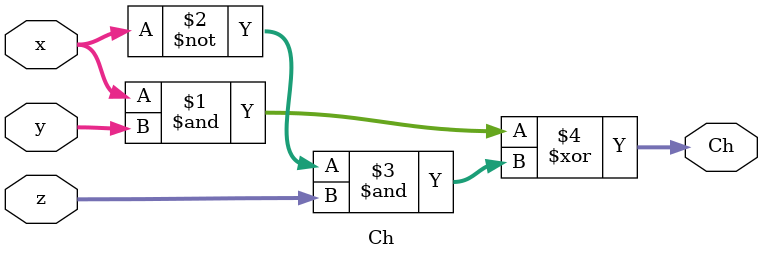
<source format=v>
`timescale 1ns / 1ps


// Ch(x,y,z)
      module Ch #(parameter WORDSIZE=0) (
          input wire [WORDSIZE-1:0] x, y, z,
          output wire [WORDSIZE-1:0] Ch
          );

      assign Ch = ((x & y) ^ (~x & z));

      endmodule
</source>
